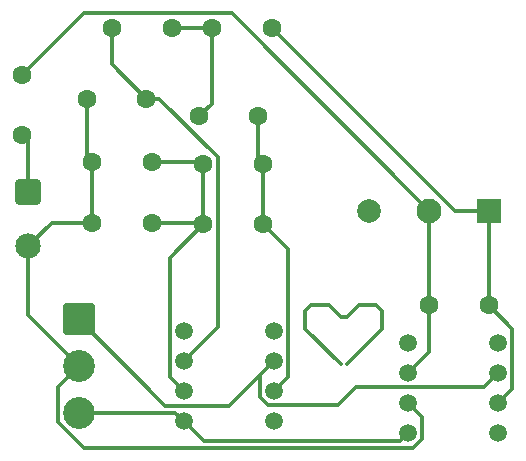
<source format=gbr>
%TF.GenerationSoftware,KiCad,Pcbnew,9.0.3*%
%TF.CreationDate,2025-11-16T16:34:23+05:30*%
%TF.ProjectId,CTD_Project,4354445f-5072-46f6-9a65-63742e6b6963,rev?*%
%TF.SameCoordinates,Original*%
%TF.FileFunction,Copper,L1,Top*%
%TF.FilePolarity,Positive*%
%FSLAX46Y46*%
G04 Gerber Fmt 4.6, Leading zero omitted, Abs format (unit mm)*
G04 Created by KiCad (PCBNEW 9.0.3) date 2025-11-16 16:34:23*
%MOMM*%
%LPD*%
G01*
G04 APERTURE LIST*
G04 Aperture macros list*
%AMRoundRect*
0 Rectangle with rounded corners*
0 $1 Rounding radius*
0 $2 $3 $4 $5 $6 $7 $8 $9 X,Y pos of 4 corners*
0 Add a 4 corners polygon primitive as box body*
4,1,4,$2,$3,$4,$5,$6,$7,$8,$9,$2,$3,0*
0 Add four circle primitives for the rounded corners*
1,1,$1+$1,$2,$3*
1,1,$1+$1,$4,$5*
1,1,$1+$1,$6,$7*
1,1,$1+$1,$8,$9*
0 Add four rect primitives between the rounded corners*
20,1,$1+$1,$2,$3,$4,$5,0*
20,1,$1+$1,$4,$5,$6,$7,0*
20,1,$1+$1,$6,$7,$8,$9,0*
20,1,$1+$1,$8,$9,$2,$3,0*%
G04 Aperture macros list end*
%TA.AperFunction,ComponentPad*%
%ADD10C,1.600000*%
%TD*%
%TA.AperFunction,ComponentPad*%
%ADD11RoundRect,0.250000X-0.825000X0.825000X-0.825000X-0.825000X0.825000X-0.825000X0.825000X0.825000X0*%
%TD*%
%TA.AperFunction,ComponentPad*%
%ADD12C,2.150000*%
%TD*%
%TA.AperFunction,ComponentPad*%
%ADD13R,2.000000X2.000000*%
%TD*%
%TA.AperFunction,ComponentPad*%
%ADD14C,2.100000*%
%TD*%
%TA.AperFunction,ComponentPad*%
%ADD15C,2.000000*%
%TD*%
%TA.AperFunction,ComponentPad*%
%ADD16RoundRect,0.250001X-1.099999X1.099999X-1.099999X-1.099999X1.099999X-1.099999X1.099999X1.099999X0*%
%TD*%
%TA.AperFunction,ComponentPad*%
%ADD17C,2.700000*%
%TD*%
%TA.AperFunction,ComponentPad*%
%ADD18C,1.500000*%
%TD*%
%TA.AperFunction,Conductor*%
%ADD19C,0.300000*%
%TD*%
G04 APERTURE END LIST*
D10*
%TO.P,C2,2*%
%TO.N,/Vout*%
X182500000Y-49000000D03*
%TO.P,C2,1*%
%TO.N,Net-(C2-Pad1)*%
X177500000Y-49000000D03*
%TD*%
%TO.P,C3,2*%
%TO.N,Net-(IC2-INVERTING_INPUT)*%
X173000000Y-47500000D03*
%TO.P,C3,1*%
%TO.N,0*%
X168000000Y-47500000D03*
%TD*%
%TO.P,R7,1*%
%TO.N,Net-(IC2-NON-INVERTING_INPUT)*%
X177860000Y-53000000D03*
%TO.P,R7,2*%
%TO.N,/Vout*%
X182940000Y-53000000D03*
%TD*%
%TO.P,R8,1*%
%TO.N,Net-(IC2-NON-INVERTING_INPUT)*%
X177860000Y-58150000D03*
%TO.P,R8,2*%
%TO.N,/Vout*%
X182940000Y-58150000D03*
%TD*%
%TO.P,R3,1*%
%TO.N,/gain1*%
X183658182Y-41500000D03*
%TO.P,R3,2*%
%TO.N,Net-(C2-Pad1)*%
X178578182Y-41500000D03*
%TD*%
%TO.P,R1,1*%
%TO.N,/Vin*%
X162500000Y-50620000D03*
%TO.P,R1,2*%
%TO.N,Net-(IC1-INVERTING_INPUT)*%
X162500000Y-45540000D03*
%TD*%
%TO.P,R6,1*%
%TO.N,0*%
X168420000Y-58000000D03*
%TO.P,R6,2*%
%TO.N,Net-(IC2-NON-INVERTING_INPUT)*%
X173500000Y-58000000D03*
%TD*%
%TO.P,R5,1*%
%TO.N,0*%
X168420000Y-52850000D03*
%TO.P,R5,2*%
%TO.N,Net-(IC2-NON-INVERTING_INPUT)*%
X173500000Y-52850000D03*
%TD*%
D11*
%TO.P,V1,1*%
%TO.N,/Vin*%
X163000000Y-55400000D03*
D12*
%TO.P,V1,2*%
%TO.N,0*%
X163000000Y-60000000D03*
%TD*%
D13*
%TO.P,VR1,1,CCW*%
%TO.N,/gain1*%
X202000000Y-57000000D03*
D14*
%TO.P,VR1,2,S*%
%TO.N,Net-(IC1-INVERTING_INPUT)*%
X197000000Y-57000000D03*
D15*
%TO.P,VR1,3,CW*%
%TO.N,unconnected-(VR1-CW-Pad3)*%
X191920000Y-57000000D03*
%TD*%
D16*
%TO.P,J1,1,Pin_1*%
%TO.N,VCC*%
X167310000Y-66190000D03*
D17*
%TO.P,J1,2,Pin_2*%
%TO.N,0*%
X167310000Y-70150000D03*
%TO.P,J1,3,Pin_3*%
%TO.N,VEE*%
X167310000Y-74110000D03*
%TD*%
D18*
%TO.P,IC2,1,OFFSET_NULL_1*%
%TO.N,unconnected-(IC2-OFFSET_NULL_1-Pad1)*%
X176190000Y-67190000D03*
%TO.P,IC2,2,INVERTING_INPUT*%
%TO.N,Net-(IC2-INVERTING_INPUT)*%
X176190000Y-69730000D03*
%TO.P,IC2,3,NON-INVERTING_INPUT*%
%TO.N,Net-(IC2-NON-INVERTING_INPUT)*%
X176190000Y-72270000D03*
%TO.P,IC2,4,VCC-*%
%TO.N,VEE*%
X176190000Y-74810000D03*
%TO.P,IC2,5,OFFSET_NULL_2*%
%TO.N,unconnected-(IC2-OFFSET_NULL_2-Pad5)*%
X183810000Y-74810000D03*
%TO.P,IC2,6,OUTPUT*%
%TO.N,/Vout*%
X183810000Y-72270000D03*
%TO.P,IC2,7,VCC+*%
%TO.N,VCC*%
X183810000Y-69730000D03*
%TO.P,IC2,8,N.C.*%
%TO.N,unconnected-(IC2-N.C.-Pad8)*%
X183810000Y-67190000D03*
%TD*%
D10*
%TO.P,C1,1*%
%TO.N,Net-(IC1-INVERTING_INPUT)*%
X197000000Y-65000000D03*
%TO.P,C1,2*%
%TO.N,/gain1*%
X202000000Y-65000000D03*
%TD*%
%TO.P,R4,2*%
%TO.N,Net-(IC2-INVERTING_INPUT)*%
X170098182Y-41500000D03*
%TO.P,R4,1*%
%TO.N,Net-(C2-Pad1)*%
X175178182Y-41500000D03*
%TD*%
D18*
%TO.P,IC1,1,OFFSET_NULL_1*%
%TO.N,unconnected-(IC1-OFFSET_NULL_1-Pad1)*%
X195190000Y-68190000D03*
%TO.P,IC1,2,INVERTING_INPUT*%
%TO.N,Net-(IC1-INVERTING_INPUT)*%
X195190000Y-70730000D03*
%TO.P,IC1,3,NON-INVERTING_INPUT*%
%TO.N,0*%
X195190000Y-73270000D03*
%TO.P,IC1,4,VCC-*%
%TO.N,VEE*%
X195190000Y-75810000D03*
%TO.P,IC1,5,OFFSET_NULL_2*%
%TO.N,unconnected-(IC1-OFFSET_NULL_2-Pad5)*%
X202810000Y-75810000D03*
%TO.P,IC1,6,OUTPUT*%
%TO.N,/gain1*%
X202810000Y-73270000D03*
%TO.P,IC1,7,VCC+*%
%TO.N,VCC*%
X202810000Y-70730000D03*
%TO.P,IC1,8,N.C.*%
%TO.N,unconnected-(IC1-N.C.-Pad8)*%
X202810000Y-68190000D03*
%TD*%
D19*
%TO.N,Net-(IC1-INVERTING_INPUT)*%
X180249000Y-40249000D02*
X197000000Y-57000000D01*
X167791000Y-40249000D02*
X180249000Y-40249000D01*
X162500000Y-45540000D02*
X167791000Y-40249000D01*
%TO.N,Net-(IC2-INVERTING_INPUT)*%
X179111000Y-66809000D02*
X176190000Y-69730000D01*
X179111000Y-52481818D02*
X179111000Y-66809000D01*
X174129182Y-47500000D02*
X179111000Y-52481818D01*
X173000000Y-47500000D02*
X174129182Y-47500000D01*
%TO.N,0*%
X168000000Y-52430000D02*
X168420000Y-52850000D01*
X168000000Y-47500000D02*
X168000000Y-52430000D01*
%TO.N,Net-(IC2-INVERTING_INPUT)*%
X170098182Y-44598182D02*
X173000000Y-47500000D01*
X170098182Y-41500000D02*
X170098182Y-44598182D01*
%TO.N,Net-(C2-Pad1)*%
X175178182Y-41500000D02*
X178578182Y-41500000D01*
X178578182Y-41500000D02*
X178578182Y-47921818D01*
X178578182Y-47921818D02*
X177500000Y-49000000D01*
%TO.N,/Vout*%
X182500000Y-52560000D02*
X182940000Y-53000000D01*
X182500000Y-49000000D02*
X182500000Y-52560000D01*
%TO.N,/gain1*%
X199158182Y-57000000D02*
X183658182Y-41500000D01*
X202000000Y-57000000D02*
X199158182Y-57000000D01*
%TO.N,Net-(IC1-INVERTING_INPUT)*%
X197000000Y-65000000D02*
X197000000Y-57000000D01*
%TO.N,/gain1*%
X202000000Y-65000000D02*
X202000000Y-57000000D01*
%TO.N,Net-(IC1-INVERTING_INPUT)*%
X197000000Y-68920000D02*
X195190000Y-70730000D01*
X197000000Y-65000000D02*
X197000000Y-68920000D01*
%TO.N,/gain1*%
X204011000Y-67011000D02*
X204011000Y-72069000D01*
X204011000Y-72069000D02*
X202810000Y-73270000D01*
X202000000Y-65000000D02*
X204011000Y-67011000D01*
%TO.N,VCC*%
X190790529Y-71931000D02*
X189250529Y-73471000D01*
X201609000Y-71931000D02*
X190790529Y-71931000D01*
X202810000Y-70730000D02*
X201609000Y-71931000D01*
X183312529Y-73471000D02*
X189250529Y-73471000D01*
%TO.N,0*%
X196391000Y-74471000D02*
X195190000Y-73270000D01*
X196391000Y-76307471D02*
X196391000Y-74471000D01*
X195597471Y-77101000D02*
X196391000Y-76307471D01*
X167754001Y-77101000D02*
X195597471Y-77101000D01*
X165509000Y-71951000D02*
X165509000Y-74855999D01*
X167310000Y-70150000D02*
X165509000Y-71951000D01*
X165509000Y-74855999D02*
X167754001Y-77101000D01*
%TO.N,VEE*%
X177880000Y-76500000D02*
X194500000Y-76500000D01*
X176190000Y-74810000D02*
X177880000Y-76500000D01*
X194500000Y-76500000D02*
X195190000Y-75810000D01*
%TO.N,VCC*%
X182609000Y-72767471D02*
X183312529Y-73471000D01*
X182609000Y-70931000D02*
X182609000Y-72767471D01*
X183810000Y-69730000D02*
X182609000Y-70931000D01*
%TO.N,Net-(IC2-NON-INVERTING_INPUT)*%
X174989000Y-71069000D02*
X176190000Y-72270000D01*
X174989000Y-61021000D02*
X174989000Y-71069000D01*
X177860000Y-58150000D02*
X174989000Y-61021000D01*
%TO.N,/Vin*%
X163000000Y-51120000D02*
X162500000Y-50620000D01*
X163000000Y-55400000D02*
X163000000Y-51120000D01*
%TO.N,0*%
X163000000Y-65840000D02*
X167310000Y-70150000D01*
X163000000Y-60000000D02*
X163000000Y-65840000D01*
%TO.N,VCC*%
X180031000Y-73509000D02*
X183810000Y-69730000D01*
X167310000Y-66190000D02*
X174629000Y-73509000D01*
X174629000Y-73509000D02*
X180031000Y-73509000D01*
%TO.N,0*%
X165000000Y-58000000D02*
X163000000Y-60000000D01*
X168420000Y-58000000D02*
X165000000Y-58000000D01*
X168420000Y-52850000D02*
X168420000Y-58000000D01*
%TO.N,/Vout*%
X185011000Y-60221000D02*
X185011000Y-71069000D01*
X185011000Y-71069000D02*
X183810000Y-72270000D01*
X182940000Y-58150000D02*
X185011000Y-60221000D01*
X182940000Y-52940000D02*
X182500000Y-52500000D01*
X182940000Y-53000000D02*
X182940000Y-52940000D01*
X182940000Y-58150000D02*
X182940000Y-53000000D01*
%TO.N,Net-(IC2-NON-INVERTING_INPUT)*%
X177710000Y-58000000D02*
X177860000Y-58150000D01*
X173500000Y-58000000D02*
X177710000Y-58000000D01*
X177860000Y-53000000D02*
X177860000Y-58150000D01*
X173500000Y-52850000D02*
X177710000Y-52850000D01*
X177710000Y-52850000D02*
X177860000Y-53000000D01*
%TO.N,VEE*%
X167310000Y-74110000D02*
X175490000Y-74110000D01*
X175490000Y-74110000D02*
X176190000Y-74810000D01*
%TO.N,*%
X193000000Y-67000000D02*
X190000000Y-70000000D01*
X193000000Y-65500000D02*
X193000000Y-67000000D01*
X192500000Y-65000000D02*
X193000000Y-65500000D01*
X191000000Y-65000000D02*
X192500000Y-65000000D01*
X188500000Y-65000000D02*
X189500000Y-66000000D01*
X189500000Y-66000000D02*
X190000000Y-66000000D01*
X190000000Y-66000000D02*
X191000000Y-65000000D01*
X186500000Y-65500000D02*
X187000000Y-65000000D01*
X187000000Y-65000000D02*
X188500000Y-65000000D01*
X186500000Y-67000000D02*
X186500000Y-65500000D01*
X189500000Y-70000000D02*
X186500000Y-67000000D01*
%TD*%
M02*

</source>
